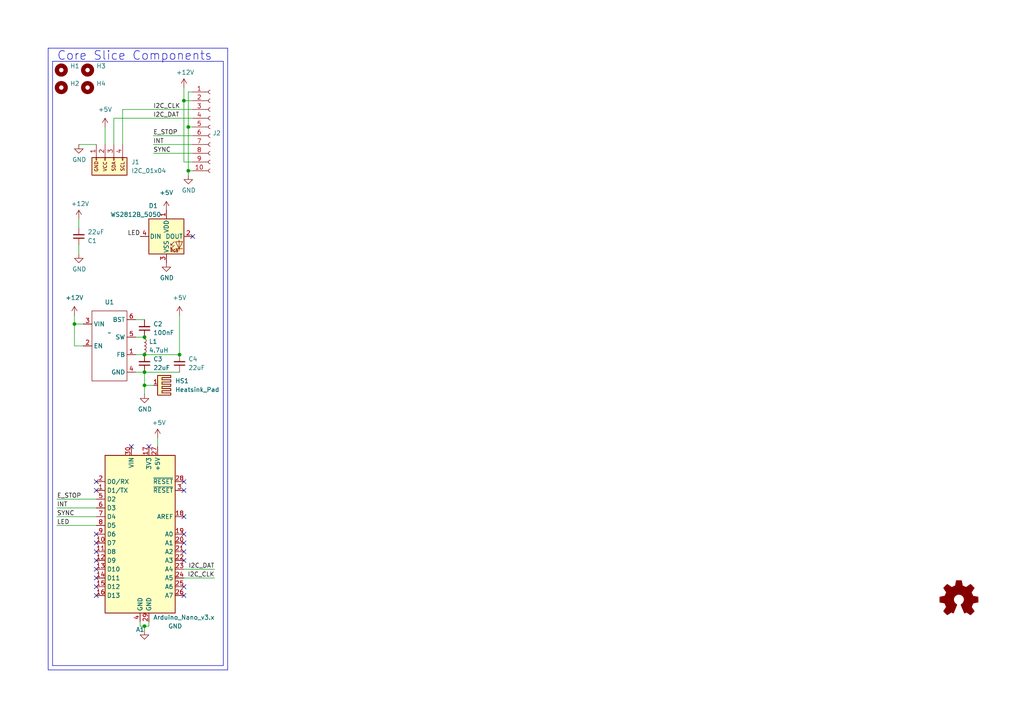
<source format=kicad_sch>
(kicad_sch (version 20231120) (generator "eeschema") (generator_version "8.0")
  (paper "A4")
  (lib_symbols
    (symbol "Connector:Conn_01x10_Female" (pin_names (offset 1.016) hide)
      (property "Reference" "J" (at 0 12.7 0))
      (property "Value" "Conn_01x10_Female" (at 0 -15.24 0))
      (symbol "Conn_01x10_Female_1_1"
        (arc (start 0 -12.192) (mid -0.5058 -12.7) (end 0 -13.208) (stroke (width 0.1524)))
        (arc (start 0 -9.652) (mid -0.5058 -10.16) (end 0 -10.668) (stroke (width 0.1524)))
        (arc (start 0 -7.112) (mid -0.5058 -7.62) (end 0 -8.128) (stroke (width 0.1524)))
        (arc (start 0 -4.572) (mid -0.5058 -5.08) (end 0 -5.588) (stroke (width 0.1524)))
        (arc (start 0 -2.032) (mid -0.5058 -2.54) (end 0 -3.048) (stroke (width 0.1524)))
        (polyline (pts (xy -1.27 -12.7) (xy -0.508 -12.7)) (stroke (width 0.1524)))
        (polyline (pts (xy -1.27 -10.16) (xy -0.508 -10.16)) (stroke (width 0.1524)))
        (polyline (pts (xy -1.27 -7.62) (xy -0.508 -7.62)) (stroke (width 0.1524)))
        (polyline (pts (xy -1.27 -5.08) (xy -0.508 -5.08)) (stroke (width 0.1524)))
        (polyline (pts (xy -1.27 -2.54) (xy -0.508 -2.54)) (stroke (width 0.1524)))
        (polyline (pts (xy -1.27 0) (xy -0.508 0)) (stroke (width 0.1524)))
        (polyline (pts (xy -1.27 2.54) (xy -0.508 2.54)) (stroke (width 0.1524)))
        (polyline (pts (xy -1.27 5.08) (xy -0.508 5.08)) (stroke (width 0.1524)))
        (polyline (pts (xy -1.27 7.62) (xy -0.508 7.62)) (stroke (width 0.1524)))
        (polyline (pts (xy -1.27 10.16) (xy -0.508 10.16)) (stroke (width 0.1524)))
        (arc (start 0 0.508) (mid -0.5058 0) (end 0 -0.508) (stroke (width 0.1524)))
        (arc (start 0 3.048) (mid -0.5058 2.54) (end 0 2.032) (stroke (width 0.1524)))
        (arc (start 0 5.588) (mid -0.5058 5.08) (end 0 4.572) (stroke (width 0.1524)))
        (arc (start 0 8.128) (mid -0.5058 7.62) (end 0 7.112) (stroke (width 0.1524)))
        (arc (start 0 10.668) (mid -0.5058 10.16) (end 0 9.652) (stroke (width 0.1524)))
        (pin passive line (at -5.08 10.16 0) (length 3.81) (name "Pin_1") (number "1"))
        (pin passive line (at -5.08 -12.7 0) (length 3.81) (name "Pin_10") (number "10"))
        (pin passive line (at -5.08 7.62 0) (length 3.81) (name "Pin_2") (number "2"))
        (pin passive line (at -5.08 5.08 0) (length 3.81) (name "Pin_3") (number "3"))
        (pin passive line (at -5.08 2.54 0) (length 3.81) (name "Pin_4") (number "4"))
        (pin passive line (at -5.08 0 0) (length 3.81) (name "Pin_5") (number "5"))
        (pin passive line (at -5.08 -2.54 0) (length 3.81) (name "Pin_6") (number "6"))
        (pin passive line (at -5.08 -5.08 0) (length 3.81) (name "Pin_7") (number "7"))
        (pin passive line (at -5.08 -7.62 0) (length 3.81) (name "Pin_8") (number "8"))
        (pin passive line (at -5.08 -10.16 0) (length 3.81) (name "Pin_9") (number "9"))
      )
    )
    (symbol "Device:C_Small" (pin_numbers hide) (pin_names (offset 0.254) hide)
      (property "Reference" "C" (at 0.254 1.778 0))
      (property "Value" "C_Small" (at 0.254 -2.032 0))
      (symbol "C_Small_0_1"
        (polyline (pts (xy -1.524 -0.508) (xy 1.524 -0.508)) (stroke (width 0.3302)))
        (polyline (pts (xy -1.524 0.508) (xy 1.524 0.508)) (stroke (width 0.3048)))
      )
      (symbol "C_Small_1_1"
        (pin passive line (at 0 2.54 270) (length 2.032) (name "~") (number "1"))
        (pin passive line (at 0 -2.54 90) (length 2.032) (name "~") (number "2"))
      )
    )
    (symbol "Device:L_Small" (pin_numbers hide) (pin_names (offset 0.254) hide)
      (property "Reference" "L" (at 0.762 1.016 0))
      (property "Value" "L_Small" (at 0.762 -1.016 0))
      (symbol "L_Small_0_1"
        (arc (start 0 -2.032) (mid 0.5058 -1.524) (end 0 -1.016))
        (arc (start 0 -1.016) (mid 0.5058 -0.508) (end 0 0))
        (arc (start 0 0) (mid 0.5058 0.508) (end 0 1.016))
        (arc (start 0 1.016) (mid 0.5058 1.524) (end 0 2.032))
      )
      (symbol "L_Small_1_1"
        (pin passive line (at 0 2.54 270) (length 0.508) (name "~") (number "1"))
        (pin passive line (at 0 -2.54 90) (length 0.508) (name "~") (number "2"))
      )
    )
    (symbol "Graphic:Logo_Open_Hardware_Small" (in_bom no) (on_board no)
      (symbol "Logo_Open_Hardware_Small_0_1"
        (polyline (pts (xy 3.3528 -4.3434) (xy 3.302 -4.318) (xy 3.175 -4.2418) (xy 2.9972 -4.1148) (xy 2.7686 -3.9624) (xy 2.54 -3.81) (xy 2.3622 -3.7084) (xy 2.2352 -3.6068) (xy 2.1844 -3.5814) (xy 2.159 -3.6068) (xy 2.0574 -3.6576) (xy 1.905 -3.7338) (xy 1.8034 -3.7846) (xy 1.6764 -3.8354) (xy 1.6002 -3.8354) (xy 1.6002 -3.8354) (xy 1.5494 -3.7338) (xy 1.4732 -3.5306) (xy 1.3462 -3.302) (xy 1.2446 -3.0226) (xy 1.1176 -2.7178) (xy 0.9652 -2.413) (xy 0.8636 -2.1082) (xy 0.7366 -1.8288) (xy 0.6604 -1.6256) (xy 0.6096 -1.4732) (xy 0.5842 -1.397) (xy 0.5842 -1.397) (xy 0.6604 -1.3208) (xy 0.7874 -1.2446) (xy 1.0414 -1.016) (xy 1.2954 -0.6858) (xy 1.4478 -0.3302) (xy 1.524 0.0762) (xy 1.4732 0.4572) (xy 1.3208 0.8128) (xy 1.0668 1.143) (xy 0.762 1.3716) (xy 0.4064 1.524) (xy 0 1.5748) (xy -0.381 1.5494) (xy -0.7366 1.397) (xy -1.0668 1.143) (xy -1.2192 0.9906) (xy -1.397 0.6604) (xy -1.524 0.3048) (xy -1.524 0.2286) (xy -1.4986 -0.1778) (xy -1.397 -0.5334) (xy -1.1938 -0.8636) (xy -0.9144 -1.143) (xy -0.8636 -1.1684) (xy -0.7366 -1.27) (xy -0.635 -1.3462) (xy -0.5842 -1.397) (xy -1.0668 -2.5908) (xy -1.143 -2.794) (xy -1.2954 -3.1242) (xy -1.397 -3.4036) (xy -1.4986 -3.6322) (xy -1.5748 -3.7846) (xy -1.6002 -3.8354) (xy -1.6002 -3.8354) (xy -1.651 -3.8354) (xy -1.7272 -3.81) (xy -1.905 -3.7338) (xy -2.0066 -3.683) (xy -2.1336 -3.6068) (xy -2.2098 -3.5814) (xy -2.2606 -3.6068) (xy -2.3622 -3.683) (xy -2.54 -3.81) (xy -2.7686 -3.9624) (xy -2.9718 -4.0894) (xy -3.1496 -4.2164) (xy -3.302 -4.318) (xy -3.3528 -4.3434) (xy -3.3782 -4.3434) (xy -3.429 -4.318) (xy -3.5306 -4.2164) (xy -3.7084 -4.064) (xy -3.937 -3.8354) (xy -3.9624 -3.81) (xy -4.1656 -3.6068) (xy -4.318 -3.4544) (xy -4.4196 -3.3274) (xy -4.445 -3.2766) (xy -4.445 -3.2766) (xy -4.4196 -3.2258) (xy -4.318 -3.0734) (xy -4.2164 -2.8956) (xy -4.064 -2.667) (xy -3.6576 -2.0828) (xy -3.8862 -1.5494) (xy -3.937 -1.3716) (xy -4.0386 -1.1684) (xy -4.0894 -1.0414) (xy -4.1148 -0.9652) (xy -4.191 -0.9398) (xy -4.318 -0.9144) (xy -4.5466 -0.8636) (xy -4.8006 -0.8128) (xy -5.0546 -0.7874) (xy -5.2578 -0.7366) (xy -5.4356 -0.7112) (xy -5.5118 -0.6858) (xy -5.5118 -0.6858) (xy -5.5372 -0.635) (xy -5.5372 -0.5588) (xy -5.5372 -0.4318) (xy -5.5626 -0.2286) (xy -5.5626 0.0762) (xy -5.5626 0.127) (xy -5.5372 0.4064) (xy -5.5372 0.635) (xy -5.5372 0.762) (xy -5.5372 0.8382) (xy -5.5372 0.8382) (xy -5.461 0.8382) (xy -5.3086 0.889) (xy -5.08 0.9144) (xy -4.826 0.9652) (xy -4.8006 0.9906) (xy -4.5466 1.0414) (xy -4.318 1.0668) (xy -4.1656 1.1176) (xy -4.0894 1.143) (xy -4.0894 1.143) (xy -4.0386 1.2446) (xy -3.9624 1.4224) (xy -3.8608 1.6256) (xy -3.7846 1.8288) (xy -3.7084 2.0066) (xy -3.6576 2.159) (xy -3.6322 2.2098) (xy -3.6322 2.2098) (xy -3.683 2.286) (xy -3.7592 2.413) (xy -3.8862 2.5908) (xy -4.064 2.8194) (xy -4.064 2.8448) (xy -4.2164 3.0734) (xy -4.3434 3.2512) (xy -4.4196 3.3782) (xy -4.445 3.4544) (xy -4.445 3.4544) (xy -4.3942 3.5052) (xy -4.2926 3.6322) (xy -4.1148 3.81) (xy -3.937 4.0132) (xy -3.8608 4.064) (xy -3.6576 4.2926) (xy -3.5052 4.4196) (xy -3.4036 4.4958) (xy -3.3528 4.5212) (xy -3.3528 4.5212) (xy -3.302 4.4704) (xy -3.1496 4.3688) (xy -2.9718 4.2418) (xy -2.7432 4.0894) (xy -2.7178 4.0894) (xy -2.4892 3.937) (xy -2.3114 3.81) (xy -2.1844 3.7084) (xy -2.1336 3.683) (xy -2.1082 3.683) (xy -2.032 3.7084) (xy -1.8542 3.7592) (xy -1.6764 3.8354) (xy -1.4732 3.937) (xy -1.27 4.0132) (xy -1.143 4.064) (xy -1.0668 4.1148) (xy -1.0668 4.1148) (xy -1.0414 4.191) (xy -1.016 4.3434) (xy -0.9652 4.572) (xy -0.9144 4.8514) (xy -0.889 4.9022) (xy -0.8382 5.1562) (xy -0.8128 5.3848) (xy -0.7874 5.5372) (xy -0.762 5.588) (xy -0.7112 5.6134) (xy -0.5842 5.6134) (xy -0.4064 5.6134) (xy -0.1524 5.6134) (xy 0.0762 5.6134) (xy 0.3302 5.6134) (xy 0.5334 5.6134) (xy 0.6858 5.588) (xy 0.7366 5.588) (xy 0.7366 5.588) (xy 0.762 5.5118) (xy 0.8128 5.334) (xy 0.8382 5.1054) (xy 0.9144 4.826) (xy 0.9144 4.7752) (xy 0.9652 4.5212) (xy 1.016 4.2926) (xy 1.0414 4.1402) (xy 1.0668 4.0894) (xy 1.0668 4.0894) (xy 1.1938 4.0386) (xy 1.3716 3.9624) (xy 1.5748 3.8608) (xy 2.0828 3.6576) (xy 2.7178 4.0894) (xy 2.7686 4.1402) (xy 2.9972 4.2926) (xy 3.175 4.4196) (xy 3.302 4.4958) (xy 3.3782 4.5212) (xy 3.3782 4.5212) (xy 3.429 4.4704) (xy 3.556 4.3434) (xy 3.7338 4.191) (xy 3.9116 3.9878) (xy 4.064 3.8354) (xy 4.2418 3.6576) (xy 4.3434 3.556) (xy 4.4196 3.4798) (xy 4.4196 3.429) (xy 4.4196 3.4036) (xy 4.3942 3.3274) (xy 4.2926 3.2004) (xy 4.1656 2.9972) (xy 4.0132 2.794) (xy 3.8862 2.5908) (xy 3.7592 2.3876) (xy 3.6576 2.2352) (xy 3.6322 2.159) (xy 3.6322 2.1336) (xy 3.683 2.0066) (xy 3.7592 1.8288) (xy 3.8608 1.6002) (xy 4.064 1.1176) (xy 4.3942 1.0414) (xy 4.5974 1.016) (xy 4.8768 0.9652) (xy 5.1308 0.9144) (xy 5.5372 0.8382) (xy 5.5626 -0.6604) (xy 5.4864 -0.6858) (xy 5.4356 -0.6858) (xy 5.2832 -0.7366) (xy 5.0546 -0.762) (xy 4.8006 -0.8128) (xy 4.5974 -0.8636) (xy 4.3688 -0.9144) (xy 4.2164 -0.9398) (xy 4.1402 -0.9398) (xy 4.1148 -0.9652) (xy 4.064 -1.0668) (xy 3.9878 -1.2446) (xy 3.9116 -1.4478) (xy 3.81 -1.651) (xy 3.7338 -1.8542) (xy 3.683 -2.0066) (xy 3.6576 -2.0828) (xy 3.683 -2.1336) (xy 3.7846 -2.2606) (xy 3.8862 -2.4638) (xy 4.0386 -2.667) (xy 4.191 -2.8956) (xy 4.318 -3.0734) (xy 4.3942 -3.2004) (xy 4.445 -3.2766) (xy 4.4196 -3.3274) (xy 4.3434 -3.429) (xy 4.1656 -3.5814) (xy 3.937 -3.8354) (xy 3.8862 -3.8608) (xy 3.683 -4.064) (xy 3.5306 -4.2164) (xy 3.4036 -4.318) (xy 3.3528 -4.3434)) (fill (type outline)))
      )
    )
    (symbol "MCU_Module:Arduino_Nano_v3.x"
      (property "Reference" "A" (at -10.16 23.495 0))
      (property "Value" "Arduino_Nano_v3.x" (at 5.08 -24.13 0))
      (symbol "Arduino_Nano_v3.x_0_1"
        (rectangle (start -10.16 22.86) (end 10.16 -22.86) (stroke (width 0.254)) (fill (type background)))
      )
      (symbol "Arduino_Nano_v3.x_1_1"
        (pin bidirectional line (at -12.7 12.7 0) (length 2.54) (name "D1/TX") (number "1"))
        (pin bidirectional line (at -12.7 -2.54 0) (length 2.54) (name "D7") (number "10"))
        (pin bidirectional line (at -12.7 -5.08 0) (length 2.54) (name "D8") (number "11"))
        (pin bidirectional line (at -12.7 -7.62 0) (length 2.54) (name "D9") (number "12"))
        (pin bidirectional line (at -12.7 -10.16 0) (length 2.54) (name "D10") (number "13"))
        (pin bidirectional line (at -12.7 -12.7 0) (length 2.54) (name "D11") (number "14"))
        (pin bidirectional line (at -12.7 -15.24 0) (length 2.54) (name "D12") (number "15"))
        (pin bidirectional line (at -12.7 -17.78 0) (length 2.54) (name "D13") (number "16"))
        (pin power_out line (at 2.54 25.4 270) (length 2.54) (name "3V3") (number "17"))
        (pin input line (at 12.7 5.08 180) (length 2.54) (name "AREF") (number "18"))
        (pin bidirectional line (at 12.7 0 180) (length 2.54) (name "A0") (number "19"))
        (pin bidirectional line (at -12.7 15.24 0) (length 2.54) (name "D0/RX") (number "2"))
        (pin bidirectional line (at 12.7 -2.54 180) (length 2.54) (name "A1") (number "20"))
        (pin bidirectional line (at 12.7 -5.08 180) (length 2.54) (name "A2") (number "21"))
        (pin bidirectional line (at 12.7 -7.62 180) (length 2.54) (name "A3") (number "22"))
        (pin bidirectional line (at 12.7 -10.16 180) (length 2.54) (name "A4") (number "23"))
        (pin bidirectional line (at 12.7 -12.7 180) (length 2.54) (name "A5") (number "24"))
        (pin bidirectional line (at 12.7 -15.24 180) (length 2.54) (name "A6") (number "25"))
        (pin bidirectional line (at 12.7 -17.78 180) (length 2.54) (name "A7") (number "26"))
        (pin power_out line (at 5.08 25.4 270) (length 2.54) (name "+5V") (number "27"))
        (pin input line (at 12.7 15.24 180) (length 2.54) (name "~{RESET}") (number "28"))
        (pin power_in line (at 2.54 -25.4 90) (length 2.54) (name "GND") (number "29"))
        (pin input line (at 12.7 12.7 180) (length 2.54) (name "~{RESET}") (number "3"))
        (pin power_in line (at -2.54 25.4 270) (length 2.54) (name "VIN") (number "30"))
        (pin power_in line (at 0 -25.4 90) (length 2.54) (name "GND") (number "4"))
        (pin bidirectional line (at -12.7 10.16 0) (length 2.54) (name "D2") (number "5"))
        (pin bidirectional line (at -12.7 7.62 0) (length 2.54) (name "D3") (number "6"))
        (pin bidirectional line (at -12.7 5.08 0) (length 2.54) (name "D4") (number "7"))
        (pin bidirectional line (at -12.7 2.54 0) (length 2.54) (name "D5") (number "8"))
        (pin bidirectional line (at -12.7 0 0) (length 2.54) (name "D6") (number "9"))
      )
    )
    (symbol "Mechanical:Heatsink_Pad" (pin_names (offset 0))
      (property "Reference" "HS" (at 0 5.715 0))
      (property "Value" "Heatsink_Pad" (at 0 3.81 0))
      (symbol "Heatsink_Pad_0_1"
        (polyline (pts (xy -0.3302 0) (xy -0.9652 0) (xy -0.9652 2.54) (xy -1.6002 2.54) (xy -1.6002 0) (xy -2.2352 0) (xy -2.2352 2.54) (xy -2.8702 2.54) (xy -2.8702 -1.27) (xy -0.9652 -1.27)) (stroke (width 0.254)) (fill (type background)))
        (polyline (pts (xy -0.3302 0) (xy -0.3302 2.54) (xy 0.3048 2.54) (xy 0.3048 0) (xy 0.9398 0) (xy 0.9398 2.54) (xy 1.5748 2.54) (xy 1.5748 0) (xy 2.2098 0) (xy 2.2098 2.54) (xy 2.8448 2.54) (xy 2.8448 -1.27) (xy -0.9652 -1.27)) (stroke (width 0.254)) (fill (type background)))
      )
      (symbol "Heatsink_Pad_1_1"
        (pin passive line (at 0 -2.54 90) (length 1.27) (name "~") (number "1"))
      )
    )
    (symbol "Mechanical:MountingHole" (pin_names (offset 1.016))
      (property "Reference" "H" (at 0 5.08 0))
      (property "Value" "MountingHole" (at 0 3.175 0))
      (symbol "MountingHole_0_1"
        (circle (center 0 0) (radius 1.27) (stroke (width 1.27)))
      )
    )
    (symbol "SparkFun-Connector:I2C_01x04" (pin_names (offset 1.016) hide)
      (property "Reference" "J" (at 0 5.08 0))
      (property "Value" "I2C_01x04" (at 0 -7.62 0))
      (symbol "I2C_01x04_1_1"
        (rectangle (start -1.27 -4.953) (end -0.508 -5.207) (stroke (width 0.1524)))
        (rectangle (start -1.27 -2.413) (end -0.508 -2.667) (stroke (width 0.1524)))
        (rectangle (start -1.27 0.127) (end -0.508 -0.127) (stroke (width 0.1524)))
        (rectangle (start -1.27 2.667) (end -0.508 2.413) (stroke (width 0.1524)))
        (rectangle (start -1.27 3.81) (end 3.81 -6.35) (stroke (width 0.254)) (fill (type background)))
        (text "GND" (at 1.27 -5.08 0) (effects (font (size 1 1))))
        (text "SCL" (at 1.27 2.54 0) (effects (font (size 1 1))))
        (text "SDA" (at 1.27 0 0) (effects (font (size 1 1))))
        (text "VCC" (at 1.27 -2.54 0) (effects (font (size 1 1))))
        (pin passive line (at -5.08 -5.08 0) (length 3.81) (name "Pin_1") (number "1"))
        (pin passive line (at -5.08 -2.54 0) (length 3.81) (name "Pin_2") (number "2"))
        (pin passive line (at -5.08 0 0) (length 3.81) (name "Pin_3") (number "3"))
        (pin passive line (at -5.08 2.54 0) (length 3.81) (name "Pin_4") (number "4"))
      )
    )
    (symbol "SparkFun-DiscreteSemi:AP63205"
      (property "Reference" "U" (at 0 7.62 0))
      (symbol "AP63205_0_1"
        (rectangle (start -5.08 6.35) (end 5.08 -13.97))
      )
      (symbol "AP63205_1_1"
        (pin input line (at 7.62 -6.35 180) (length 2.54) (name "FB") (number "1"))
        (pin input line (at -7.62 -3.81 0) (length 2.54) (name "EN") (number "2"))
        (pin input line (at -7.62 2.54 0) (length 2.54) (name "VIN") (number "3"))
        (pin input line (at 7.62 -11.43 180) (length 2.54) (name "GND") (number "4"))
        (pin input line (at 7.62 -1.27 180) (length 2.54) (name "SW") (number "5"))
        (pin input line (at 7.62 3.81 180) (length 2.54) (name "BST") (number "6"))
      )
    )
    (symbol "SparkFun-LED:WS2812B_5050" (pin_names (offset 0.254))
      (property "Reference" "D" (at 5.08 5.715 0))
      (property "Value" "WS2812B_5050" (at 1.27 -5.715 0))
      (symbol "WS2812B_5050_0_0"
        (text "RGB" (at 2.286 -4.191 0) (effects (font (size 0.762 0.762))))
      )
      (symbol "WS2812B_5050_0_1"
        (polyline (pts (xy 1.27 -3.556) (xy 1.778 -3.556)))
        (polyline (pts (xy 1.27 -2.54) (xy 1.778 -2.54)))
        (polyline (pts (xy 4.699 -3.556) (xy 2.667 -3.556)))
        (polyline (pts (xy 2.286 -2.54) (xy 1.27 -3.556) (xy 1.27 -3.048)))
        (polyline (pts (xy 2.286 -1.524) (xy 1.27 -2.54) (xy 1.27 -2.032)))
        (polyline (pts (xy 3.683 -1.016) (xy 3.683 -3.556) (xy 3.683 -4.064)))
        (polyline (pts (xy 4.699 -1.524) (xy 2.667 -1.524) (xy 3.683 -3.556) (xy 4.699 -1.524)))
        (rectangle (start 5.08 5.08) (end -5.08 -5.08) (stroke (width 0.254)) (fill (type background)))
      )
      (symbol "WS2812B_5050_1_1"
        (pin power_in line (at 0 7.62 270) (length 2.54) (name "VDD") (number "1"))
        (pin output line (at 7.62 0 180) (length 2.54) (name "DOUT") (number "2"))
        (pin power_in line (at 0 -7.62 90) (length 2.54) (name "VSS") (number "3"))
        (pin input line (at -7.62 0 0) (length 2.54) (name "DIN") (number "4"))
      )
    )
    (symbol "power:+12V" (power) (pin_names (offset 0))
      (property "Value" "+12V" (at 0 3.556 0))
      (symbol "+12V_0_1"
        (polyline (pts (xy -0.762 1.27) (xy 0 2.54)))
        (polyline (pts (xy 0 0) (xy 0 2.54)))
        (polyline (pts (xy 0 2.54) (xy 0.762 1.27)))
      )
      (symbol "+12V_1_1"
        (pin power_in line (at 0 0 90) (length 0) hide (name "+12V") (number "1"))
      )
    )
    (symbol "power:+5V" (power) (pin_names (offset 0))
      (property "Value" "+5V" (at 0 3.556 0))
      (symbol "+5V_0_1"
        (polyline (pts (xy -0.762 1.27) (xy 0 2.54)))
        (polyline (pts (xy 0 0) (xy 0 2.54)))
        (polyline (pts (xy 0 2.54) (xy 0.762 1.27)))
      )
      (symbol "+5V_1_1"
        (pin power_in line (at 0 0 90) (length 0) hide (name "+5V") (number "1"))
      )
    )
    (symbol "power:GND" (power) (pin_names (offset 0))
      (property "Value" "GND" (at 0 -3.81 0))
      (symbol "GND_0_1"
        (polyline (pts (xy 0 0) (xy 0 -1.27) (xy 1.27 -1.27) (xy 0 -2.54) (xy -1.27 -1.27) (xy 0 -1.27)))
      )
      (symbol "GND_1_1"
        (pin power_in line (at 0 0 270) (length 0) hide (name "GND") (number "1"))
      )
    )
  )
  (junction (at 54.61 49.53))
  (junction (at 41.91 107.95))
  (junction (at 41.91 111.76))
  (junction (at 41.91 102.87))
  (junction (at 53.34 29.21))
  (junction (at 41.91 181.61))
  (junction (at 54.61 36.83))
  (junction (at 52.07 102.87))
  (junction (at 41.91 97.79))
  (junction (at 21.59 93.98))
  (no_connect (at 53.34 162.56))
  (no_connect (at 27.94 157.48))
  (no_connect (at 53.34 149.86))
  (no_connect (at 27.94 167.64))
  (no_connect (at 27.94 142.24))
  (no_connect (at 27.94 170.18))
  (no_connect (at 27.94 165.1))
  (no_connect (at 27.94 154.94))
  (no_connect (at 53.34 154.94))
  (no_connect (at 27.94 162.56))
  (no_connect (at 27.94 139.7))
  (no_connect (at 38.1 129.54))
  (no_connect (at 43.18 129.54))
  (no_connect (at 27.94 160.02))
  (no_connect (at 53.34 160.02))
  (no_connect (at 53.34 172.72))
  (no_connect (at 53.34 170.18))
  (no_connect (at 53.34 139.7))
  (no_connect (at 27.94 172.72))
  (no_connect (at 53.34 142.24))
  (no_connect (at 53.34 157.48))
  (no_connect (at 55.88 68.58))
  (polyline (pts (xy 66.04 194.31) (xy 66.04 13.97)))
  (wire (pts (xy 43.18 181.61) (xy 43.18 180.34)))
  (polyline (pts (xy 66.04 13.97) (xy 13.97 13.97)))
  (wire (pts (xy 22.86 71.12) (xy 22.86 73.66)))
  (wire (pts (xy 41.91 181.61) (xy 43.18 181.61)))
  (wire (pts (xy 21.59 100.33) (xy 21.59 93.98)))
  (wire (pts (xy 44.45 41.91) (xy 55.88 41.91)))
  (polyline (pts (xy 13.97 13.97) (xy 13.97 194.31)))
  (wire (pts (xy 53.34 29.21) (xy 55.88 29.21)))
  (wire (pts (xy 39.37 92.71) (xy 41.91 92.71)))
  (polyline (pts (xy 13.97 194.31) (xy 66.04 194.31)))
  (wire (pts (xy 53.34 25.4) (xy 53.34 29.21)))
  (wire (pts (xy 22.86 41.91) (xy 27.94 41.91)))
  (wire (pts (xy 54.61 49.53) (xy 54.61 36.83)))
  (wire (pts (xy 55.88 39.37) (xy 44.45 39.37)))
  (polyline (pts (xy 64.77 17.78) (xy 15.24 17.78)))
  (wire (pts (xy 55.88 46.99) (xy 53.34 46.99)))
  (wire (pts (xy 44.45 44.45) (xy 55.88 44.45)))
  (wire (pts (xy 35.56 31.75) (xy 55.88 31.75)))
  (wire (pts (xy 16.51 149.86) (xy 27.94 149.86)))
  (wire (pts (xy 39.37 97.79) (xy 41.91 97.79)))
  (wire (pts (xy 33.02 34.29) (xy 55.88 34.29)))
  (wire (pts (xy 52.07 102.87) (xy 52.07 91.44)))
  (wire (pts (xy 45.72 127) (xy 45.72 129.54)))
  (wire (pts (xy 40.64 180.34) (xy 40.64 181.61)))
  (wire (pts (xy 39.37 107.95) (xy 41.91 107.95)))
  (wire (pts (xy 21.59 100.33) (xy 24.13 100.33)))
  (wire (pts (xy 41.91 107.95) (xy 52.07 107.95)))
  (polyline (pts (xy 64.77 193.04) (xy 64.77 17.78)))
  (wire (pts (xy 54.61 26.67) (xy 55.88 26.67)))
  (wire (pts (xy 22.86 63.5) (xy 22.86 66.04)))
  (wire (pts (xy 44.45 111.76) (xy 41.91 111.76)))
  (polyline (pts (xy 15.24 193.04) (xy 64.77 193.04)))
  (wire (pts (xy 55.88 36.83) (xy 54.61 36.83)))
  (wire (pts (xy 16.51 152.4) (xy 27.94 152.4)))
  (wire (pts (xy 40.64 181.61) (xy 41.91 181.61)))
  (wire (pts (xy 41.91 102.87) (xy 52.07 102.87)))
  (wire (pts (xy 41.91 181.61) (xy 41.91 182.88)))
  (wire (pts (xy 27.94 144.78) (xy 16.51 144.78)))
  (wire (pts (xy 53.34 46.99) (xy 53.34 29.21)))
  (wire (pts (xy 54.61 50.8) (xy 54.61 49.53)))
  (wire (pts (xy 16.51 147.32) (xy 27.94 147.32)))
  (wire (pts (xy 53.34 167.64) (xy 62.23 167.64)))
  (wire (pts (xy 39.37 102.87) (xy 41.91 102.87)))
  (wire (pts (xy 54.61 36.83) (xy 54.61 26.67)))
  (wire (pts (xy 62.23 165.1) (xy 53.34 165.1)))
  (wire (pts (xy 33.02 41.91) (xy 33.02 34.29)))
  (wire (pts (xy 55.88 49.53) (xy 54.61 49.53)))
  (wire (pts (xy 35.56 41.91) (xy 35.56 31.75)))
  (wire (pts (xy 41.91 111.76) (xy 41.91 107.95)))
  (wire (pts (xy 21.59 93.98) (xy 24.13 93.98)))
  (wire (pts (xy 41.91 114.3) (xy 41.91 111.76)))
  (wire (pts (xy 30.48 36.83) (xy 30.48 41.91)))
  (wire (pts (xy 21.59 91.44) (xy 21.59 93.98)))
  (polyline (pts (xy 15.24 17.78) (xy 15.24 193.04)))
  (text "Core Slice Components" (at 16.51 17.78 0) (effects (font (size 2.54 2.54)) (justify left bottom)))
  (label "LED" (at 40.64 68.58 180))
  (label "LED" (at 16.51 152.4 0))
  (label "I2C_CLK" (at 44.45 31.75 0))
  (label "I2C_DAT" (at 44.45 34.29 0))
  (label "E_STOP" (at 16.51 144.78 0))
  (label "E_STOP" (at 44.45 39.37 0))
  (label "INT" (at 16.51 147.32 0))
  (label "SYNC" (at 16.51 149.86 0))
  (label "SYNC" (at 44.45 44.45 0))
  (label "I2C_DAT" (at 62.23 165.1 180))
  (label "INT" (at 44.45 41.91 0))
  (label "I2C_CLK" (at 62.23 167.64 180))
  (symbol (lib_id "power:GND") (at 41.91 182.88 0) (unit 1)
    (property "Reference" "#PWR07" (effects (hide yes)))
    (property "Value" "GND" (at 50.8 181.61 0))
  )
  (symbol (lib_id "power:+5V") (at 45.72 127 0) (unit 1)
    (property "Reference" "#PWR08" (effects (hide yes)))
    (property "Value" "+5V" (at 46.101 122.6058 0))
  )
  (symbol (lib_id "power:GND") (at 22.86 73.66 0) (unit 1)
    (property "Reference" "#PWR04" (effects (hide yes)))
    (property "Value" "GND" (at 22.987 78.0542 0))
  )
  (symbol (lib_id "Mechanical:MountingHole") (at 17.78 20.32 0) (unit 1)
    (property "Reference" "H1" (at 20.32 19.1516 0) (effects (justify left)))
    (property "Value" "MountingHole" (effects (hide yes)))
    (property "Footprint" "MountingHole:MountingHole_5mm" (effects (hide yes)))
  )
  (symbol (lib_id "Mechanical:MountingHole") (at 17.78 25.4 0) (unit 1)
    (property "Reference" "H2" (at 20.32 24.2316 0) (effects (justify left)))
    (property "Value" "MountingHole" (effects (hide yes)))
    (property "Footprint" "MountingHole:MountingHole_5mm" (effects (hide yes)))
  )
  (symbol (lib_id "Mechanical:MountingHole") (at 25.4 20.32 0) (unit 1)
    (property "Reference" "H3" (at 27.94 19.1516 0) (effects (justify left)))
    (property "Value" "MountingHole" (effects (hide yes)))
    (property "Footprint" "MountingHole:MountingHole_5mm" (effects (hide yes)))
  )
  (symbol (lib_id "Mechanical:MountingHole") (at 25.4 25.4 0) (unit 1)
    (property "Reference" "H4" (at 27.94 24.2316 0) (effects (justify left)))
    (property "Value" "MountingHole" (effects (hide yes)))
    (property "Footprint" "MountingHole:MountingHole_5mm" (effects (hide yes)))
  )
  (symbol (lib_id "MCU_Module:Arduino_Nano_v3.x") (at 40.64 154.94 0) (unit 1)
    (property "Reference" "A1" (at 40.64 182.6006 0))
    (property "Value" "Arduino_Nano_v3.x" (at 53.34 179.07 0))
    (property "Footprint" "Module:Arduino_Nano" (effects (hide yes)))
    (property "Datasheet" "http://www.mouser.com/pdfdocs/Gravitech_Arduino_Nano3_0.pdf" (effects (hide yes)))
  )
  (symbol (lib_id "Graphic:Logo_Open_Hardware_Small") (at 278.13 173.99 0) (unit 1) (exclude_from_sim yes)
    (property "Reference" "#SYM1" (effects (hide yes)))
    (property "Value" "Logo_Open_Hardware_Small" (effects (hide yes)))
    (property "Footprint" "Symbol:OSHW-Symbol_6.7x6mm_SilkScreen" (effects (hide yes)))
  )
  (symbol (lib_id "Connector:Conn_01x10_Female") (at 60.96 36.83 0) (unit 1)
    (property "Reference" "J2" (at 61.6712 38.608 0) (effects (justify left)))
    (property "Value" "Conn_01x10_Female" (effects (hide yes)))
    (property "Footprint" "Connector_PinSocket_2.54mm:PinSocket_1x10_P2.54mm_Horizontal" (effects (hide yes)))
  )
  (symbol (lib_id "power:+12V") (at 53.34 25.4 0) (unit 1)
    (property "Reference" "#PWR012" (effects (hide yes)))
    (property "Value" "+12V" (at 53.721 21.0058 0))
  )
  (symbol (lib_id "power:GND") (at 54.61 50.8 0) (unit 1)
    (property "Reference" "#PWR013" (effects (hide yes)))
    (property "Value" "GND" (at 54.737 55.1942 0))
  )
  (symbol (lib_id "power:+12V") (at 22.86 63.5 0) (unit 1)
    (property "Reference" "#PWR03" (effects (hide yes)))
    (property "Value" "+12V" (at 23.241 59.1058 0))
  )
  (symbol (lib_id "Device:C_Small") (at 41.91 95.25 180) (unit 1)
    (property "Reference" "C2" (at 44.45 93.9736 0) (effects (justify right)))
    (property "Value" "100nF" (at 44.45 96.5136 0) (effects (justify right)))
    (property "Footprint" "Capacitor_SMD:C_1206_3216Metric" (effects (hide yes)))
  )
  (symbol (lib_id "power:+12V") (at 21.59 91.44 0) (unit 1)
    (property "Reference" "#PWR01" (effects (hide yes)))
    (property "Value" "+12V" (at 21.59 86.36 0))
  )
  (symbol (lib_id "Device:C_Small") (at 41.91 105.41 180) (unit 1)
    (property "Reference" "C3" (at 44.45 104.1336 0) (effects (justify right)))
    (property "Value" "22uF" (at 44.45 106.6736 0) (effects (justify right)))
    (property "Footprint" "Capacitor_SMD:C_1206_3216Metric" (effects (hide yes)))
  )
  (symbol (lib_id "SparkFun-DiscreteSemi:AP63205") (at 31.75 96.52 0) (unit 1)
    (property "Reference" "U1" (at 31.75 87.63 0))
    (property "Value" "~" (at 31.75 96.52 0))
    (property "Footprint" "Package_TO_SOT_SMD:TSOT-23-6" (effects (hide yes)))
  )
  (symbol (lib_id "power:GND") (at 41.91 114.3 0) (unit 1)
    (property "Reference" "#PWR06" (effects (hide yes)))
    (property "Value" "GND" (at 42.037 118.6942 0))
  )
  (symbol (lib_id "Mechanical:Heatsink_Pad") (at 46.99 111.76 270) (unit 1)
    (property "Reference" "HS1" (at 50.8 110.4773 90) (effects (justify left)))
    (property "Value" "Heatsink_Pad" (at 50.8 113.0173 90) (effects (justify left)))
    (property "Footprint" "KML-Custom:Thermal Pad" (effects (hide yes)))
  )
  (symbol (lib_id "Device:L_Small") (at 41.91 100.33 0) (unit 1)
    (property "Reference" "L1" (at 43.18 99.06 0) (effects (justify left)))
    (property "Value" "4.7uH" (at 43.18 101.6 0) (effects (justify left)))
    (property "Footprint" "Inductor_SMD:L_1210_3225Metric" (effects (hide yes)))
  )
  (symbol (lib_id "power:+5V") (at 30.48 36.83 0) (unit 1)
    (property "Reference" "#PWR05" (effects (hide yes)))
    (property "Value" "+5V" (at 30.48 31.75 0))
  )
  (symbol (lib_id "power:GND") (at 48.26 76.2 0) (unit 1)
    (property "Reference" "#PWR010" (effects (hide yes)))
    (property "Value" "GND" (at 48.387 80.5942 0))
  )
  (symbol (lib_id "power:+5V") (at 52.07 91.44 0) (unit 1)
    (property "Reference" "#PWR011" (effects (hide yes)))
    (property "Value" "+5V" (at 52.07 86.36 0))
  )
  (symbol (lib_id "Device:C_Small") (at 52.07 105.41 180) (unit 1)
    (property "Reference" "C4" (at 54.61 104.1336 0) (effects (justify right)))
    (property "Value" "22uF" (at 54.61 106.6736 0) (effects (justify right)))
    (property "Footprint" "Capacitor_SMD:C_1206_3216Metric" (effects (hide yes)))
  )
  (symbol (lib_id "power:GND") (at 22.86 41.91 0) (unit 1)
    (property "Reference" "#PWR02" (effects (hide yes)))
    (property "Value" "GND" (at 22.987 46.3042 0))
  )
  (symbol (lib_id "power:+5V") (at 48.26 60.96 0) (unit 1)
    (property "Reference" "#PWR09" (effects (hide yes)))
    (property "Value" "+5V" (at 48.26 55.88 0))
  )
  (symbol (lib_id "SparkFun-LED:WS2812B_5050") (at 48.26 68.58 0) (unit 1)
    (property "Reference" "D1" (at 44.45 59.69 0))
    (property "Value" "WS2812B_5050" (at 39.37 62.23 0))
    (property "Footprint" "SparkFun-LED:WS2812-5050-4PIN" (effects (hide yes)))
    (property "Datasheet" "https://cdn.sparkfun.com/datasheets/BreakoutBoards/WS2812B.pdf" (effects (hide yes)))
  )
  (symbol (lib_id "Device:C_Small") (at 22.86 68.58 0) (mirror x) (unit 1)
    (property "Reference" "C1" (at 25.4 69.8437 0) (effects (justify left)))
    (property "Value" "22uF" (at 25.4 67.3037 0) (effects (justify left)))
    (property "Footprint" "Capacitor_SMD:C_1206_3216Metric" (effects (hide yes)))
  )
  (symbol (lib_id "SparkFun-Connector:I2C_01x04") (at 33.02 46.99 270) (unit 1)
    (property "Reference" "J1" (at 38.1 46.99 90) (effects (justify left)))
    (property "Value" "I2C_01x04" (at 38.1 49.53 90) (effects (justify left)))
    (property "Footprint" "Connector_JST:JST_SH_SM04B-SRSS-TB_1x04-1MP_P1.00mm_Horizontal" (effects (hide yes)))
  )
)
</source>
